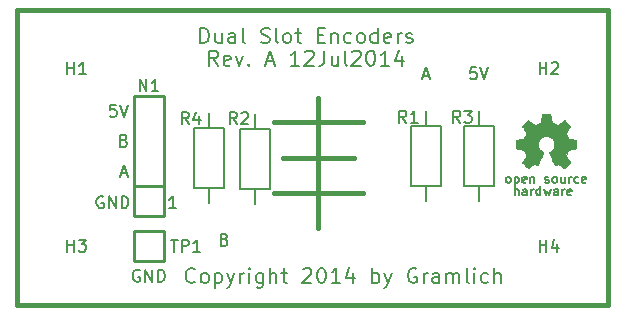
<source format=gto>
%FSLAX34Y34*%
G04 Gerber Fmt 3.4, Leading zero omitted, Abs format*
G04 (created by PCBNEW (2014-jan-25)-product) date Sat 12 Jul 2014 08:34:31 PM PDT*
%MOIN*%
G01*
G70*
G90*
G04 APERTURE LIST*
%ADD10C,0.003937*%
%ADD11C,0.008000*%
%ADD12C,0.015748*%
%ADD13C,0.006000*%
%ADD14C,0.007874*%
%ADD15C,0.010000*%
%ADD16C,0.005906*%
%ADD17C,0.000100*%
G04 APERTURE END LIST*
G54D10*
G54D11*
X43445Y-48050D02*
X43407Y-48030D01*
X43350Y-48030D01*
X43292Y-48050D01*
X43254Y-48088D01*
X43235Y-48126D01*
X43216Y-48202D01*
X43216Y-48259D01*
X43235Y-48335D01*
X43254Y-48373D01*
X43292Y-48411D01*
X43350Y-48430D01*
X43388Y-48430D01*
X43445Y-48411D01*
X43464Y-48392D01*
X43464Y-48259D01*
X43388Y-48259D01*
X43635Y-48430D02*
X43635Y-48030D01*
X43864Y-48430D01*
X43864Y-48030D01*
X44054Y-48430D02*
X44054Y-48030D01*
X44150Y-48030D01*
X44207Y-48050D01*
X44245Y-48088D01*
X44264Y-48126D01*
X44283Y-48202D01*
X44283Y-48259D01*
X44264Y-48335D01*
X44245Y-48373D01*
X44207Y-48411D01*
X44150Y-48430D01*
X44054Y-48430D01*
X54673Y-41280D02*
X54483Y-41280D01*
X54464Y-41471D01*
X54483Y-41452D01*
X54521Y-41433D01*
X54616Y-41433D01*
X54654Y-41452D01*
X54673Y-41471D01*
X54692Y-41509D01*
X54692Y-41604D01*
X54673Y-41642D01*
X54654Y-41661D01*
X54616Y-41680D01*
X54521Y-41680D01*
X54483Y-41661D01*
X54464Y-41642D01*
X54807Y-41280D02*
X54940Y-41680D01*
X55073Y-41280D01*
X46278Y-47021D02*
X46335Y-47040D01*
X46354Y-47059D01*
X46373Y-47097D01*
X46373Y-47154D01*
X46354Y-47192D01*
X46335Y-47211D01*
X46297Y-47230D01*
X46145Y-47230D01*
X46145Y-46830D01*
X46278Y-46830D01*
X46316Y-46850D01*
X46335Y-46869D01*
X46354Y-46907D01*
X46354Y-46945D01*
X46335Y-46983D01*
X46316Y-47002D01*
X46278Y-47021D01*
X46145Y-47021D01*
X52904Y-41566D02*
X53095Y-41566D01*
X52866Y-41680D02*
X53000Y-41280D01*
X53133Y-41680D01*
X42661Y-42530D02*
X42471Y-42530D01*
X42452Y-42721D01*
X42471Y-42702D01*
X42509Y-42683D01*
X42604Y-42683D01*
X42642Y-42702D01*
X42661Y-42721D01*
X42680Y-42759D01*
X42680Y-42854D01*
X42661Y-42892D01*
X42642Y-42911D01*
X42604Y-42930D01*
X42509Y-42930D01*
X42471Y-42911D01*
X42452Y-42892D01*
X42795Y-42530D02*
X42928Y-42930D01*
X43061Y-42530D01*
X42928Y-43721D02*
X42985Y-43740D01*
X43004Y-43759D01*
X43023Y-43797D01*
X43023Y-43854D01*
X43004Y-43892D01*
X42985Y-43911D01*
X42947Y-43930D01*
X42795Y-43930D01*
X42795Y-43530D01*
X42928Y-43530D01*
X42966Y-43550D01*
X42985Y-43569D01*
X43004Y-43607D01*
X43004Y-43645D01*
X42985Y-43683D01*
X42966Y-43702D01*
X42928Y-43721D01*
X42795Y-43721D01*
X42833Y-44816D02*
X43023Y-44816D01*
X42795Y-44930D02*
X42928Y-44530D01*
X43061Y-44930D01*
X42235Y-45600D02*
X42197Y-45580D01*
X42140Y-45580D01*
X42083Y-45600D01*
X42045Y-45638D01*
X42026Y-45676D01*
X42007Y-45752D01*
X42007Y-45809D01*
X42026Y-45885D01*
X42045Y-45923D01*
X42083Y-45961D01*
X42140Y-45980D01*
X42178Y-45980D01*
X42235Y-45961D01*
X42254Y-45942D01*
X42254Y-45809D01*
X42178Y-45809D01*
X42426Y-45980D02*
X42426Y-45580D01*
X42654Y-45980D01*
X42654Y-45580D01*
X42845Y-45980D02*
X42845Y-45580D01*
X42940Y-45580D01*
X42997Y-45600D01*
X43035Y-45638D01*
X43054Y-45676D01*
X43073Y-45752D01*
X43073Y-45809D01*
X43054Y-45885D01*
X43035Y-45923D01*
X42997Y-45961D01*
X42940Y-45980D01*
X42845Y-45980D01*
X44664Y-45980D02*
X44435Y-45980D01*
X44550Y-45980D02*
X44550Y-45580D01*
X44511Y-45638D01*
X44473Y-45676D01*
X44435Y-45695D01*
G54D12*
X47933Y-43110D02*
X50885Y-43110D01*
G54D11*
X45297Y-48428D02*
X45273Y-48452D01*
X45202Y-48476D01*
X45154Y-48476D01*
X45083Y-48452D01*
X45035Y-48404D01*
X45011Y-48357D01*
X44988Y-48261D01*
X44988Y-48190D01*
X45011Y-48095D01*
X45035Y-48047D01*
X45083Y-48000D01*
X45154Y-47976D01*
X45202Y-47976D01*
X45273Y-48000D01*
X45297Y-48023D01*
X45583Y-48476D02*
X45535Y-48452D01*
X45511Y-48428D01*
X45488Y-48380D01*
X45488Y-48238D01*
X45511Y-48190D01*
X45535Y-48166D01*
X45583Y-48142D01*
X45654Y-48142D01*
X45702Y-48166D01*
X45726Y-48190D01*
X45750Y-48238D01*
X45750Y-48380D01*
X45726Y-48428D01*
X45702Y-48452D01*
X45654Y-48476D01*
X45583Y-48476D01*
X45964Y-48142D02*
X45964Y-48642D01*
X45964Y-48166D02*
X46011Y-48142D01*
X46107Y-48142D01*
X46154Y-48166D01*
X46178Y-48190D01*
X46202Y-48238D01*
X46202Y-48380D01*
X46178Y-48428D01*
X46154Y-48452D01*
X46107Y-48476D01*
X46011Y-48476D01*
X45964Y-48452D01*
X46369Y-48142D02*
X46488Y-48476D01*
X46607Y-48142D02*
X46488Y-48476D01*
X46440Y-48595D01*
X46416Y-48619D01*
X46369Y-48642D01*
X46797Y-48476D02*
X46797Y-48142D01*
X46797Y-48238D02*
X46821Y-48190D01*
X46845Y-48166D01*
X46892Y-48142D01*
X46940Y-48142D01*
X47107Y-48476D02*
X47107Y-48142D01*
X47107Y-47976D02*
X47083Y-48000D01*
X47107Y-48023D01*
X47130Y-48000D01*
X47107Y-47976D01*
X47107Y-48023D01*
X47559Y-48142D02*
X47559Y-48547D01*
X47535Y-48595D01*
X47511Y-48619D01*
X47464Y-48642D01*
X47392Y-48642D01*
X47345Y-48619D01*
X47559Y-48452D02*
X47511Y-48476D01*
X47416Y-48476D01*
X47369Y-48452D01*
X47345Y-48428D01*
X47321Y-48380D01*
X47321Y-48238D01*
X47345Y-48190D01*
X47369Y-48166D01*
X47416Y-48142D01*
X47511Y-48142D01*
X47559Y-48166D01*
X47797Y-48476D02*
X47797Y-47976D01*
X48011Y-48476D02*
X48011Y-48214D01*
X47988Y-48166D01*
X47940Y-48142D01*
X47869Y-48142D01*
X47821Y-48166D01*
X47797Y-48190D01*
X48178Y-48142D02*
X48369Y-48142D01*
X48250Y-47976D02*
X48250Y-48404D01*
X48273Y-48452D01*
X48321Y-48476D01*
X48369Y-48476D01*
X48892Y-48023D02*
X48916Y-48000D01*
X48964Y-47976D01*
X49083Y-47976D01*
X49130Y-48000D01*
X49154Y-48023D01*
X49178Y-48071D01*
X49178Y-48119D01*
X49154Y-48190D01*
X48869Y-48476D01*
X49178Y-48476D01*
X49488Y-47976D02*
X49535Y-47976D01*
X49583Y-48000D01*
X49607Y-48023D01*
X49630Y-48071D01*
X49654Y-48166D01*
X49654Y-48285D01*
X49630Y-48380D01*
X49607Y-48428D01*
X49583Y-48452D01*
X49535Y-48476D01*
X49488Y-48476D01*
X49440Y-48452D01*
X49416Y-48428D01*
X49392Y-48380D01*
X49369Y-48285D01*
X49369Y-48166D01*
X49392Y-48071D01*
X49416Y-48023D01*
X49440Y-48000D01*
X49488Y-47976D01*
X50130Y-48476D02*
X49845Y-48476D01*
X49988Y-48476D02*
X49988Y-47976D01*
X49940Y-48047D01*
X49892Y-48095D01*
X49845Y-48119D01*
X50559Y-48142D02*
X50559Y-48476D01*
X50440Y-47952D02*
X50321Y-48309D01*
X50630Y-48309D01*
X51202Y-48476D02*
X51202Y-47976D01*
X51202Y-48166D02*
X51250Y-48142D01*
X51345Y-48142D01*
X51392Y-48166D01*
X51416Y-48190D01*
X51440Y-48238D01*
X51440Y-48380D01*
X51416Y-48428D01*
X51392Y-48452D01*
X51345Y-48476D01*
X51250Y-48476D01*
X51202Y-48452D01*
X51607Y-48142D02*
X51726Y-48476D01*
X51845Y-48142D02*
X51726Y-48476D01*
X51678Y-48595D01*
X51654Y-48619D01*
X51607Y-48642D01*
X52678Y-48000D02*
X52630Y-47976D01*
X52559Y-47976D01*
X52488Y-48000D01*
X52440Y-48047D01*
X52416Y-48095D01*
X52392Y-48190D01*
X52392Y-48261D01*
X52416Y-48357D01*
X52440Y-48404D01*
X52488Y-48452D01*
X52559Y-48476D01*
X52607Y-48476D01*
X52678Y-48452D01*
X52702Y-48428D01*
X52702Y-48261D01*
X52607Y-48261D01*
X52916Y-48476D02*
X52916Y-48142D01*
X52916Y-48238D02*
X52940Y-48190D01*
X52964Y-48166D01*
X53011Y-48142D01*
X53059Y-48142D01*
X53440Y-48476D02*
X53440Y-48214D01*
X53416Y-48166D01*
X53369Y-48142D01*
X53273Y-48142D01*
X53226Y-48166D01*
X53440Y-48452D02*
X53392Y-48476D01*
X53273Y-48476D01*
X53226Y-48452D01*
X53202Y-48404D01*
X53202Y-48357D01*
X53226Y-48309D01*
X53273Y-48285D01*
X53392Y-48285D01*
X53440Y-48261D01*
X53678Y-48476D02*
X53678Y-48142D01*
X53678Y-48190D02*
X53702Y-48166D01*
X53750Y-48142D01*
X53821Y-48142D01*
X53869Y-48166D01*
X53892Y-48214D01*
X53892Y-48476D01*
X53892Y-48214D02*
X53916Y-48166D01*
X53964Y-48142D01*
X54035Y-48142D01*
X54083Y-48166D01*
X54107Y-48214D01*
X54107Y-48476D01*
X54416Y-48476D02*
X54369Y-48452D01*
X54345Y-48404D01*
X54345Y-47976D01*
X54607Y-48476D02*
X54607Y-48142D01*
X54607Y-47976D02*
X54583Y-48000D01*
X54607Y-48023D01*
X54630Y-48000D01*
X54607Y-47976D01*
X54607Y-48023D01*
X55059Y-48452D02*
X55011Y-48476D01*
X54916Y-48476D01*
X54869Y-48452D01*
X54845Y-48428D01*
X54821Y-48380D01*
X54821Y-48238D01*
X54845Y-48190D01*
X54869Y-48166D01*
X54916Y-48142D01*
X55011Y-48142D01*
X55059Y-48166D01*
X55273Y-48476D02*
X55273Y-47976D01*
X55488Y-48476D02*
X55488Y-48214D01*
X55464Y-48166D01*
X55416Y-48142D01*
X55345Y-48142D01*
X55297Y-48166D01*
X55273Y-48190D01*
X46059Y-41226D02*
X45892Y-40988D01*
X45773Y-41226D02*
X45773Y-40726D01*
X45964Y-40726D01*
X46011Y-40750D01*
X46035Y-40773D01*
X46059Y-40821D01*
X46059Y-40892D01*
X46035Y-40940D01*
X46011Y-40964D01*
X45964Y-40988D01*
X45773Y-40988D01*
X46464Y-41202D02*
X46416Y-41226D01*
X46321Y-41226D01*
X46273Y-41202D01*
X46250Y-41154D01*
X46250Y-40964D01*
X46273Y-40916D01*
X46321Y-40892D01*
X46416Y-40892D01*
X46464Y-40916D01*
X46488Y-40964D01*
X46488Y-41011D01*
X46250Y-41059D01*
X46654Y-40892D02*
X46773Y-41226D01*
X46892Y-40892D01*
X47083Y-41178D02*
X47107Y-41202D01*
X47083Y-41226D01*
X47059Y-41202D01*
X47083Y-41178D01*
X47083Y-41226D01*
X47678Y-41083D02*
X47916Y-41083D01*
X47630Y-41226D02*
X47797Y-40726D01*
X47964Y-41226D01*
X48773Y-41226D02*
X48488Y-41226D01*
X48630Y-41226D02*
X48630Y-40726D01*
X48583Y-40797D01*
X48535Y-40845D01*
X48488Y-40869D01*
X48964Y-40773D02*
X48988Y-40750D01*
X49035Y-40726D01*
X49154Y-40726D01*
X49202Y-40750D01*
X49226Y-40773D01*
X49249Y-40821D01*
X49249Y-40869D01*
X49226Y-40940D01*
X48940Y-41226D01*
X49249Y-41226D01*
X49607Y-40726D02*
X49607Y-41083D01*
X49583Y-41154D01*
X49535Y-41202D01*
X49464Y-41226D01*
X49416Y-41226D01*
X50059Y-40892D02*
X50059Y-41226D01*
X49845Y-40892D02*
X49845Y-41154D01*
X49869Y-41202D01*
X49916Y-41226D01*
X49988Y-41226D01*
X50035Y-41202D01*
X50059Y-41178D01*
X50369Y-41226D02*
X50321Y-41202D01*
X50297Y-41154D01*
X50297Y-40726D01*
X50535Y-40773D02*
X50559Y-40750D01*
X50607Y-40726D01*
X50726Y-40726D01*
X50773Y-40750D01*
X50797Y-40773D01*
X50821Y-40821D01*
X50821Y-40869D01*
X50797Y-40940D01*
X50511Y-41226D01*
X50821Y-41226D01*
X51130Y-40726D02*
X51178Y-40726D01*
X51226Y-40750D01*
X51250Y-40773D01*
X51273Y-40821D01*
X51297Y-40916D01*
X51297Y-41035D01*
X51273Y-41130D01*
X51250Y-41178D01*
X51226Y-41202D01*
X51178Y-41226D01*
X51130Y-41226D01*
X51083Y-41202D01*
X51059Y-41178D01*
X51035Y-41130D01*
X51011Y-41035D01*
X51011Y-40916D01*
X51035Y-40821D01*
X51059Y-40773D01*
X51083Y-40750D01*
X51130Y-40726D01*
X51773Y-41226D02*
X51488Y-41226D01*
X51630Y-41226D02*
X51630Y-40726D01*
X51583Y-40797D01*
X51535Y-40845D01*
X51488Y-40869D01*
X52202Y-40892D02*
X52202Y-41226D01*
X52083Y-40702D02*
X51964Y-41059D01*
X52273Y-41059D01*
X45476Y-40476D02*
X45476Y-39976D01*
X45595Y-39976D01*
X45666Y-40000D01*
X45714Y-40047D01*
X45738Y-40095D01*
X45761Y-40190D01*
X45761Y-40261D01*
X45738Y-40357D01*
X45714Y-40404D01*
X45666Y-40452D01*
X45595Y-40476D01*
X45476Y-40476D01*
X46190Y-40142D02*
X46190Y-40476D01*
X45976Y-40142D02*
X45976Y-40404D01*
X46000Y-40452D01*
X46047Y-40476D01*
X46119Y-40476D01*
X46166Y-40452D01*
X46190Y-40428D01*
X46642Y-40476D02*
X46642Y-40214D01*
X46619Y-40166D01*
X46571Y-40142D01*
X46476Y-40142D01*
X46428Y-40166D01*
X46642Y-40452D02*
X46595Y-40476D01*
X46476Y-40476D01*
X46428Y-40452D01*
X46404Y-40404D01*
X46404Y-40357D01*
X46428Y-40309D01*
X46476Y-40285D01*
X46595Y-40285D01*
X46642Y-40261D01*
X46952Y-40476D02*
X46904Y-40452D01*
X46880Y-40404D01*
X46880Y-39976D01*
X47500Y-40452D02*
X47571Y-40476D01*
X47690Y-40476D01*
X47738Y-40452D01*
X47761Y-40428D01*
X47785Y-40380D01*
X47785Y-40333D01*
X47761Y-40285D01*
X47738Y-40261D01*
X47690Y-40238D01*
X47595Y-40214D01*
X47547Y-40190D01*
X47523Y-40166D01*
X47500Y-40119D01*
X47500Y-40071D01*
X47523Y-40023D01*
X47547Y-40000D01*
X47595Y-39976D01*
X47714Y-39976D01*
X47785Y-40000D01*
X48071Y-40476D02*
X48023Y-40452D01*
X48000Y-40404D01*
X48000Y-39976D01*
X48333Y-40476D02*
X48285Y-40452D01*
X48261Y-40428D01*
X48238Y-40380D01*
X48238Y-40238D01*
X48261Y-40190D01*
X48285Y-40166D01*
X48333Y-40142D01*
X48404Y-40142D01*
X48452Y-40166D01*
X48476Y-40190D01*
X48500Y-40238D01*
X48500Y-40380D01*
X48476Y-40428D01*
X48452Y-40452D01*
X48404Y-40476D01*
X48333Y-40476D01*
X48642Y-40142D02*
X48833Y-40142D01*
X48714Y-39976D02*
X48714Y-40404D01*
X48738Y-40452D01*
X48785Y-40476D01*
X48833Y-40476D01*
X49380Y-40214D02*
X49547Y-40214D01*
X49619Y-40476D02*
X49380Y-40476D01*
X49380Y-39976D01*
X49619Y-39976D01*
X49833Y-40142D02*
X49833Y-40476D01*
X49833Y-40190D02*
X49857Y-40166D01*
X49904Y-40142D01*
X49976Y-40142D01*
X50023Y-40166D01*
X50047Y-40214D01*
X50047Y-40476D01*
X50500Y-40452D02*
X50452Y-40476D01*
X50357Y-40476D01*
X50309Y-40452D01*
X50285Y-40428D01*
X50261Y-40380D01*
X50261Y-40238D01*
X50285Y-40190D01*
X50309Y-40166D01*
X50357Y-40142D01*
X50452Y-40142D01*
X50500Y-40166D01*
X50785Y-40476D02*
X50738Y-40452D01*
X50714Y-40428D01*
X50690Y-40380D01*
X50690Y-40238D01*
X50714Y-40190D01*
X50738Y-40166D01*
X50785Y-40142D01*
X50857Y-40142D01*
X50904Y-40166D01*
X50928Y-40190D01*
X50952Y-40238D01*
X50952Y-40380D01*
X50928Y-40428D01*
X50904Y-40452D01*
X50857Y-40476D01*
X50785Y-40476D01*
X51380Y-40476D02*
X51380Y-39976D01*
X51380Y-40452D02*
X51333Y-40476D01*
X51238Y-40476D01*
X51190Y-40452D01*
X51166Y-40428D01*
X51142Y-40380D01*
X51142Y-40238D01*
X51166Y-40190D01*
X51190Y-40166D01*
X51238Y-40142D01*
X51333Y-40142D01*
X51380Y-40166D01*
X51809Y-40452D02*
X51761Y-40476D01*
X51666Y-40476D01*
X51619Y-40452D01*
X51595Y-40404D01*
X51595Y-40214D01*
X51619Y-40166D01*
X51666Y-40142D01*
X51761Y-40142D01*
X51809Y-40166D01*
X51833Y-40214D01*
X51833Y-40261D01*
X51595Y-40309D01*
X52047Y-40476D02*
X52047Y-40142D01*
X52047Y-40238D02*
X52071Y-40190D01*
X52095Y-40166D01*
X52142Y-40142D01*
X52190Y-40142D01*
X52333Y-40452D02*
X52380Y-40476D01*
X52476Y-40476D01*
X52523Y-40452D01*
X52547Y-40404D01*
X52547Y-40380D01*
X52523Y-40333D01*
X52476Y-40309D01*
X52404Y-40309D01*
X52357Y-40285D01*
X52333Y-40238D01*
X52333Y-40214D01*
X52357Y-40166D01*
X52404Y-40142D01*
X52476Y-40142D01*
X52523Y-40166D01*
G54D13*
X55952Y-45543D02*
X55952Y-45243D01*
X56080Y-45543D02*
X56080Y-45386D01*
X56066Y-45358D01*
X56037Y-45343D01*
X55995Y-45343D01*
X55966Y-45358D01*
X55952Y-45372D01*
X56352Y-45543D02*
X56352Y-45386D01*
X56337Y-45358D01*
X56309Y-45343D01*
X56252Y-45343D01*
X56223Y-45358D01*
X56352Y-45529D02*
X56323Y-45543D01*
X56252Y-45543D01*
X56223Y-45529D01*
X56209Y-45500D01*
X56209Y-45472D01*
X56223Y-45443D01*
X56252Y-45429D01*
X56323Y-45429D01*
X56352Y-45415D01*
X56495Y-45543D02*
X56495Y-45343D01*
X56495Y-45400D02*
X56509Y-45372D01*
X56523Y-45358D01*
X56552Y-45343D01*
X56580Y-45343D01*
X56809Y-45543D02*
X56809Y-45243D01*
X56809Y-45529D02*
X56780Y-45543D01*
X56723Y-45543D01*
X56695Y-45529D01*
X56680Y-45515D01*
X56666Y-45486D01*
X56666Y-45400D01*
X56680Y-45372D01*
X56695Y-45358D01*
X56723Y-45343D01*
X56780Y-45343D01*
X56809Y-45358D01*
X56923Y-45343D02*
X56980Y-45543D01*
X57037Y-45400D01*
X57095Y-45543D01*
X57152Y-45343D01*
X57395Y-45543D02*
X57395Y-45386D01*
X57380Y-45358D01*
X57352Y-45343D01*
X57295Y-45343D01*
X57266Y-45358D01*
X57395Y-45529D02*
X57366Y-45543D01*
X57295Y-45543D01*
X57266Y-45529D01*
X57252Y-45500D01*
X57252Y-45472D01*
X57266Y-45443D01*
X57295Y-45429D01*
X57366Y-45429D01*
X57395Y-45415D01*
X57537Y-45543D02*
X57537Y-45343D01*
X57537Y-45400D02*
X57552Y-45372D01*
X57566Y-45358D01*
X57595Y-45343D01*
X57623Y-45343D01*
X57837Y-45529D02*
X57809Y-45543D01*
X57752Y-45543D01*
X57723Y-45529D01*
X57709Y-45500D01*
X57709Y-45386D01*
X57723Y-45358D01*
X57752Y-45343D01*
X57809Y-45343D01*
X57837Y-45358D01*
X57852Y-45386D01*
X57852Y-45415D01*
X57709Y-45443D01*
X55721Y-45135D02*
X55692Y-45121D01*
X55678Y-45107D01*
X55664Y-45078D01*
X55664Y-44992D01*
X55678Y-44964D01*
X55692Y-44950D01*
X55721Y-44935D01*
X55764Y-44935D01*
X55792Y-44950D01*
X55807Y-44964D01*
X55821Y-44992D01*
X55821Y-45078D01*
X55807Y-45107D01*
X55792Y-45121D01*
X55764Y-45135D01*
X55721Y-45135D01*
X55950Y-44935D02*
X55950Y-45235D01*
X55950Y-44950D02*
X55978Y-44935D01*
X56035Y-44935D01*
X56064Y-44950D01*
X56078Y-44964D01*
X56092Y-44992D01*
X56092Y-45078D01*
X56078Y-45107D01*
X56064Y-45121D01*
X56035Y-45135D01*
X55978Y-45135D01*
X55950Y-45121D01*
X56335Y-45121D02*
X56307Y-45135D01*
X56250Y-45135D01*
X56221Y-45121D01*
X56207Y-45092D01*
X56207Y-44978D01*
X56221Y-44950D01*
X56250Y-44935D01*
X56307Y-44935D01*
X56335Y-44950D01*
X56350Y-44978D01*
X56350Y-45007D01*
X56207Y-45035D01*
X56478Y-44935D02*
X56478Y-45135D01*
X56478Y-44964D02*
X56492Y-44950D01*
X56521Y-44935D01*
X56564Y-44935D01*
X56592Y-44950D01*
X56607Y-44978D01*
X56607Y-45135D01*
X56964Y-45121D02*
X56992Y-45135D01*
X57050Y-45135D01*
X57078Y-45121D01*
X57092Y-45092D01*
X57092Y-45078D01*
X57078Y-45050D01*
X57050Y-45035D01*
X57007Y-45035D01*
X56978Y-45021D01*
X56964Y-44992D01*
X56964Y-44978D01*
X56978Y-44950D01*
X57007Y-44935D01*
X57050Y-44935D01*
X57078Y-44950D01*
X57264Y-45135D02*
X57235Y-45121D01*
X57221Y-45107D01*
X57207Y-45078D01*
X57207Y-44992D01*
X57221Y-44964D01*
X57235Y-44950D01*
X57264Y-44935D01*
X57307Y-44935D01*
X57335Y-44950D01*
X57350Y-44964D01*
X57364Y-44992D01*
X57364Y-45078D01*
X57350Y-45107D01*
X57335Y-45121D01*
X57307Y-45135D01*
X57264Y-45135D01*
X57621Y-44935D02*
X57621Y-45135D01*
X57492Y-44935D02*
X57492Y-45092D01*
X57507Y-45121D01*
X57535Y-45135D01*
X57578Y-45135D01*
X57607Y-45121D01*
X57621Y-45107D01*
X57764Y-45135D02*
X57764Y-44935D01*
X57764Y-44992D02*
X57778Y-44964D01*
X57792Y-44950D01*
X57821Y-44935D01*
X57850Y-44935D01*
X58078Y-45121D02*
X58050Y-45135D01*
X57992Y-45135D01*
X57964Y-45121D01*
X57950Y-45107D01*
X57935Y-45078D01*
X57935Y-44992D01*
X57950Y-44964D01*
X57964Y-44950D01*
X57992Y-44935D01*
X58050Y-44935D01*
X58078Y-44950D01*
X58321Y-45121D02*
X58292Y-45135D01*
X58235Y-45135D01*
X58207Y-45121D01*
X58192Y-45092D01*
X58192Y-44978D01*
X58207Y-44950D01*
X58235Y-44935D01*
X58292Y-44935D01*
X58321Y-44950D01*
X58335Y-44978D01*
X58335Y-45007D01*
X58192Y-45035D01*
G54D12*
X47933Y-45472D02*
X50885Y-45472D01*
X49409Y-42322D02*
X49409Y-46653D01*
X48228Y-44291D02*
X50590Y-44291D01*
X39370Y-49212D02*
X39370Y-39370D01*
X59055Y-49212D02*
X39370Y-49212D01*
X59055Y-39370D02*
X59055Y-49212D01*
X39370Y-39370D02*
X59055Y-39370D01*
G54D14*
X39370Y-39370D02*
X59055Y-39370D01*
G54D15*
X44250Y-45250D02*
X44250Y-42250D01*
X43250Y-45250D02*
X43250Y-42250D01*
X43250Y-46250D02*
X43250Y-45250D01*
X44250Y-42250D02*
X43250Y-42250D01*
X43250Y-45250D02*
X44250Y-45250D01*
X43250Y-46250D02*
X44250Y-46250D01*
X44250Y-46250D02*
X44250Y-45250D01*
G54D16*
X53000Y-43250D02*
X53000Y-42750D01*
X53000Y-45250D02*
X53000Y-45750D01*
X52500Y-45250D02*
X53500Y-45250D01*
X53500Y-45250D02*
X53500Y-43250D01*
X53500Y-43250D02*
X52500Y-43250D01*
X52500Y-43250D02*
X52500Y-45250D01*
X45750Y-45300D02*
X45750Y-45800D01*
X45750Y-43300D02*
X45750Y-42800D01*
X46250Y-43300D02*
X45250Y-43300D01*
X45250Y-43300D02*
X45250Y-45300D01*
X45250Y-45300D02*
X46250Y-45300D01*
X46250Y-45300D02*
X46250Y-43300D01*
X54750Y-43250D02*
X54750Y-42750D01*
X54750Y-45250D02*
X54750Y-45750D01*
X54250Y-45250D02*
X55250Y-45250D01*
X55250Y-45250D02*
X55250Y-43250D01*
X55250Y-43250D02*
X54250Y-43250D01*
X54250Y-43250D02*
X54250Y-45250D01*
G54D17*
G36*
X56394Y-44648D02*
X56405Y-44643D01*
X56428Y-44628D01*
X56461Y-44606D01*
X56501Y-44579D01*
X56540Y-44553D01*
X56573Y-44531D01*
X56596Y-44516D01*
X56605Y-44511D01*
X56610Y-44513D01*
X56629Y-44522D01*
X56657Y-44536D01*
X56672Y-44544D01*
X56698Y-44555D01*
X56710Y-44557D01*
X56712Y-44554D01*
X56721Y-44535D01*
X56736Y-44502D01*
X56755Y-44459D01*
X56776Y-44408D01*
X56799Y-44353D01*
X56823Y-44297D01*
X56845Y-44244D01*
X56864Y-44196D01*
X56880Y-44157D01*
X56890Y-44130D01*
X56894Y-44118D01*
X56893Y-44116D01*
X56880Y-44104D01*
X56858Y-44087D01*
X56811Y-44049D01*
X56764Y-43991D01*
X56736Y-43924D01*
X56727Y-43851D01*
X56735Y-43783D01*
X56761Y-43718D01*
X56807Y-43659D01*
X56863Y-43615D01*
X56927Y-43587D01*
X57000Y-43578D01*
X57069Y-43586D01*
X57136Y-43612D01*
X57195Y-43657D01*
X57220Y-43686D01*
X57255Y-43746D01*
X57274Y-43809D01*
X57276Y-43826D01*
X57273Y-43896D01*
X57253Y-43963D01*
X57215Y-44023D01*
X57164Y-44073D01*
X57158Y-44077D01*
X57134Y-44095D01*
X57118Y-44107D01*
X57105Y-44118D01*
X57195Y-44333D01*
X57209Y-44367D01*
X57233Y-44426D01*
X57255Y-44477D01*
X57272Y-44517D01*
X57284Y-44544D01*
X57289Y-44555D01*
X57290Y-44555D01*
X57298Y-44557D01*
X57314Y-44551D01*
X57344Y-44536D01*
X57364Y-44526D01*
X57387Y-44515D01*
X57397Y-44511D01*
X57406Y-44516D01*
X57428Y-44530D01*
X57460Y-44551D01*
X57499Y-44577D01*
X57535Y-44602D01*
X57569Y-44625D01*
X57594Y-44640D01*
X57605Y-44647D01*
X57607Y-44647D01*
X57618Y-44641D01*
X57637Y-44625D01*
X57667Y-44597D01*
X57708Y-44556D01*
X57714Y-44550D01*
X57748Y-44515D01*
X57776Y-44486D01*
X57795Y-44465D01*
X57801Y-44456D01*
X57801Y-44456D01*
X57795Y-44444D01*
X57780Y-44420D01*
X57757Y-44385D01*
X57730Y-44345D01*
X57659Y-44242D01*
X57698Y-44144D01*
X57710Y-44114D01*
X57725Y-44078D01*
X57737Y-44052D01*
X57743Y-44041D01*
X57753Y-44037D01*
X57780Y-44030D01*
X57819Y-44022D01*
X57865Y-44014D01*
X57909Y-44006D01*
X57949Y-43998D01*
X57978Y-43993D01*
X57991Y-43990D01*
X57994Y-43988D01*
X57996Y-43982D01*
X57998Y-43968D01*
X57999Y-43944D01*
X57999Y-43906D01*
X57999Y-43851D01*
X57999Y-43845D01*
X57999Y-43792D01*
X57998Y-43750D01*
X57997Y-43724D01*
X57995Y-43713D01*
X57995Y-43713D01*
X57982Y-43710D01*
X57954Y-43704D01*
X57914Y-43696D01*
X57867Y-43687D01*
X57864Y-43686D01*
X57817Y-43677D01*
X57777Y-43669D01*
X57749Y-43662D01*
X57737Y-43659D01*
X57735Y-43655D01*
X57725Y-43637D01*
X57712Y-43608D01*
X57696Y-43572D01*
X57681Y-43535D01*
X57667Y-43501D01*
X57658Y-43476D01*
X57656Y-43465D01*
X57656Y-43465D01*
X57663Y-43453D01*
X57679Y-43429D01*
X57702Y-43395D01*
X57730Y-43355D01*
X57732Y-43352D01*
X57759Y-43312D01*
X57781Y-43278D01*
X57796Y-43254D01*
X57801Y-43243D01*
X57801Y-43242D01*
X57792Y-43230D01*
X57772Y-43208D01*
X57743Y-43177D01*
X57708Y-43142D01*
X57697Y-43131D01*
X57658Y-43093D01*
X57631Y-43068D01*
X57614Y-43055D01*
X57606Y-43052D01*
X57606Y-43052D01*
X57594Y-43059D01*
X57568Y-43076D01*
X57534Y-43099D01*
X57494Y-43127D01*
X57491Y-43129D01*
X57451Y-43156D01*
X57417Y-43178D01*
X57394Y-43194D01*
X57383Y-43200D01*
X57382Y-43200D01*
X57365Y-43195D01*
X57337Y-43185D01*
X57302Y-43172D01*
X57265Y-43157D01*
X57231Y-43143D01*
X57206Y-43131D01*
X57194Y-43125D01*
X57194Y-43124D01*
X57190Y-43110D01*
X57183Y-43080D01*
X57174Y-43039D01*
X57165Y-42990D01*
X57164Y-42982D01*
X57155Y-42934D01*
X57147Y-42895D01*
X57141Y-42868D01*
X57139Y-42856D01*
X57132Y-42855D01*
X57108Y-42853D01*
X57073Y-42852D01*
X57030Y-42852D01*
X56985Y-42852D01*
X56941Y-42853D01*
X56903Y-42854D01*
X56876Y-42856D01*
X56865Y-42858D01*
X56865Y-42859D01*
X56860Y-42874D01*
X56854Y-42904D01*
X56845Y-42945D01*
X56836Y-42994D01*
X56834Y-43003D01*
X56825Y-43050D01*
X56817Y-43089D01*
X56812Y-43116D01*
X56809Y-43127D01*
X56804Y-43129D01*
X56785Y-43138D01*
X56753Y-43151D01*
X56713Y-43167D01*
X56622Y-43204D01*
X56510Y-43127D01*
X56499Y-43120D01*
X56459Y-43092D01*
X56426Y-43070D01*
X56403Y-43055D01*
X56393Y-43050D01*
X56392Y-43050D01*
X56381Y-43060D01*
X56359Y-43081D01*
X56329Y-43111D01*
X56293Y-43146D01*
X56267Y-43172D01*
X56236Y-43203D01*
X56217Y-43225D01*
X56206Y-43238D01*
X56202Y-43246D01*
X56203Y-43252D01*
X56210Y-43263D01*
X56227Y-43288D01*
X56250Y-43322D01*
X56277Y-43362D01*
X56300Y-43395D01*
X56324Y-43433D01*
X56340Y-43460D01*
X56345Y-43473D01*
X56344Y-43478D01*
X56336Y-43500D01*
X56323Y-43533D01*
X56306Y-43573D01*
X56267Y-43662D01*
X56209Y-43673D01*
X56173Y-43680D01*
X56124Y-43689D01*
X56077Y-43698D01*
X56003Y-43713D01*
X56000Y-43983D01*
X56012Y-43988D01*
X56023Y-43991D01*
X56050Y-43997D01*
X56089Y-44005D01*
X56135Y-44013D01*
X56174Y-44021D01*
X56214Y-44028D01*
X56242Y-44034D01*
X56255Y-44036D01*
X56258Y-44041D01*
X56268Y-44060D01*
X56282Y-44090D01*
X56298Y-44127D01*
X56313Y-44165D01*
X56327Y-44200D01*
X56337Y-44226D01*
X56341Y-44240D01*
X56335Y-44251D01*
X56320Y-44274D01*
X56298Y-44307D01*
X56272Y-44346D01*
X56245Y-44385D01*
X56222Y-44419D01*
X56206Y-44443D01*
X56200Y-44454D01*
X56203Y-44462D01*
X56219Y-44481D01*
X56248Y-44511D01*
X56292Y-44555D01*
X56300Y-44562D01*
X56335Y-44596D01*
X56364Y-44623D01*
X56385Y-44641D01*
X56394Y-44648D01*
X56394Y-44648D01*
G37*
X56394Y-44648D02*
X56405Y-44643D01*
X56428Y-44628D01*
X56461Y-44606D01*
X56501Y-44579D01*
X56540Y-44553D01*
X56573Y-44531D01*
X56596Y-44516D01*
X56605Y-44511D01*
X56610Y-44513D01*
X56629Y-44522D01*
X56657Y-44536D01*
X56672Y-44544D01*
X56698Y-44555D01*
X56710Y-44557D01*
X56712Y-44554D01*
X56721Y-44535D01*
X56736Y-44502D01*
X56755Y-44459D01*
X56776Y-44408D01*
X56799Y-44353D01*
X56823Y-44297D01*
X56845Y-44244D01*
X56864Y-44196D01*
X56880Y-44157D01*
X56890Y-44130D01*
X56894Y-44118D01*
X56893Y-44116D01*
X56880Y-44104D01*
X56858Y-44087D01*
X56811Y-44049D01*
X56764Y-43991D01*
X56736Y-43924D01*
X56727Y-43851D01*
X56735Y-43783D01*
X56761Y-43718D01*
X56807Y-43659D01*
X56863Y-43615D01*
X56927Y-43587D01*
X57000Y-43578D01*
X57069Y-43586D01*
X57136Y-43612D01*
X57195Y-43657D01*
X57220Y-43686D01*
X57255Y-43746D01*
X57274Y-43809D01*
X57276Y-43826D01*
X57273Y-43896D01*
X57253Y-43963D01*
X57215Y-44023D01*
X57164Y-44073D01*
X57158Y-44077D01*
X57134Y-44095D01*
X57118Y-44107D01*
X57105Y-44118D01*
X57195Y-44333D01*
X57209Y-44367D01*
X57233Y-44426D01*
X57255Y-44477D01*
X57272Y-44517D01*
X57284Y-44544D01*
X57289Y-44555D01*
X57290Y-44555D01*
X57298Y-44557D01*
X57314Y-44551D01*
X57344Y-44536D01*
X57364Y-44526D01*
X57387Y-44515D01*
X57397Y-44511D01*
X57406Y-44516D01*
X57428Y-44530D01*
X57460Y-44551D01*
X57499Y-44577D01*
X57535Y-44602D01*
X57569Y-44625D01*
X57594Y-44640D01*
X57605Y-44647D01*
X57607Y-44647D01*
X57618Y-44641D01*
X57637Y-44625D01*
X57667Y-44597D01*
X57708Y-44556D01*
X57714Y-44550D01*
X57748Y-44515D01*
X57776Y-44486D01*
X57795Y-44465D01*
X57801Y-44456D01*
X57801Y-44456D01*
X57795Y-44444D01*
X57780Y-44420D01*
X57757Y-44385D01*
X57730Y-44345D01*
X57659Y-44242D01*
X57698Y-44144D01*
X57710Y-44114D01*
X57725Y-44078D01*
X57737Y-44052D01*
X57743Y-44041D01*
X57753Y-44037D01*
X57780Y-44030D01*
X57819Y-44022D01*
X57865Y-44014D01*
X57909Y-44006D01*
X57949Y-43998D01*
X57978Y-43993D01*
X57991Y-43990D01*
X57994Y-43988D01*
X57996Y-43982D01*
X57998Y-43968D01*
X57999Y-43944D01*
X57999Y-43906D01*
X57999Y-43851D01*
X57999Y-43845D01*
X57999Y-43792D01*
X57998Y-43750D01*
X57997Y-43724D01*
X57995Y-43713D01*
X57995Y-43713D01*
X57982Y-43710D01*
X57954Y-43704D01*
X57914Y-43696D01*
X57867Y-43687D01*
X57864Y-43686D01*
X57817Y-43677D01*
X57777Y-43669D01*
X57749Y-43662D01*
X57737Y-43659D01*
X57735Y-43655D01*
X57725Y-43637D01*
X57712Y-43608D01*
X57696Y-43572D01*
X57681Y-43535D01*
X57667Y-43501D01*
X57658Y-43476D01*
X57656Y-43465D01*
X57656Y-43465D01*
X57663Y-43453D01*
X57679Y-43429D01*
X57702Y-43395D01*
X57730Y-43355D01*
X57732Y-43352D01*
X57759Y-43312D01*
X57781Y-43278D01*
X57796Y-43254D01*
X57801Y-43243D01*
X57801Y-43242D01*
X57792Y-43230D01*
X57772Y-43208D01*
X57743Y-43177D01*
X57708Y-43142D01*
X57697Y-43131D01*
X57658Y-43093D01*
X57631Y-43068D01*
X57614Y-43055D01*
X57606Y-43052D01*
X57606Y-43052D01*
X57594Y-43059D01*
X57568Y-43076D01*
X57534Y-43099D01*
X57494Y-43127D01*
X57491Y-43129D01*
X57451Y-43156D01*
X57417Y-43178D01*
X57394Y-43194D01*
X57383Y-43200D01*
X57382Y-43200D01*
X57365Y-43195D01*
X57337Y-43185D01*
X57302Y-43172D01*
X57265Y-43157D01*
X57231Y-43143D01*
X57206Y-43131D01*
X57194Y-43125D01*
X57194Y-43124D01*
X57190Y-43110D01*
X57183Y-43080D01*
X57174Y-43039D01*
X57165Y-42990D01*
X57164Y-42982D01*
X57155Y-42934D01*
X57147Y-42895D01*
X57141Y-42868D01*
X57139Y-42856D01*
X57132Y-42855D01*
X57108Y-42853D01*
X57073Y-42852D01*
X57030Y-42852D01*
X56985Y-42852D01*
X56941Y-42853D01*
X56903Y-42854D01*
X56876Y-42856D01*
X56865Y-42858D01*
X56865Y-42859D01*
X56860Y-42874D01*
X56854Y-42904D01*
X56845Y-42945D01*
X56836Y-42994D01*
X56834Y-43003D01*
X56825Y-43050D01*
X56817Y-43089D01*
X56812Y-43116D01*
X56809Y-43127D01*
X56804Y-43129D01*
X56785Y-43138D01*
X56753Y-43151D01*
X56713Y-43167D01*
X56622Y-43204D01*
X56510Y-43127D01*
X56499Y-43120D01*
X56459Y-43092D01*
X56426Y-43070D01*
X56403Y-43055D01*
X56393Y-43050D01*
X56392Y-43050D01*
X56381Y-43060D01*
X56359Y-43081D01*
X56329Y-43111D01*
X56293Y-43146D01*
X56267Y-43172D01*
X56236Y-43203D01*
X56217Y-43225D01*
X56206Y-43238D01*
X56202Y-43246D01*
X56203Y-43252D01*
X56210Y-43263D01*
X56227Y-43288D01*
X56250Y-43322D01*
X56277Y-43362D01*
X56300Y-43395D01*
X56324Y-43433D01*
X56340Y-43460D01*
X56345Y-43473D01*
X56344Y-43478D01*
X56336Y-43500D01*
X56323Y-43533D01*
X56306Y-43573D01*
X56267Y-43662D01*
X56209Y-43673D01*
X56173Y-43680D01*
X56124Y-43689D01*
X56077Y-43698D01*
X56003Y-43713D01*
X56000Y-43983D01*
X56012Y-43988D01*
X56023Y-43991D01*
X56050Y-43997D01*
X56089Y-44005D01*
X56135Y-44013D01*
X56174Y-44021D01*
X56214Y-44028D01*
X56242Y-44034D01*
X56255Y-44036D01*
X56258Y-44041D01*
X56268Y-44060D01*
X56282Y-44090D01*
X56298Y-44127D01*
X56313Y-44165D01*
X56327Y-44200D01*
X56337Y-44226D01*
X56341Y-44240D01*
X56335Y-44251D01*
X56320Y-44274D01*
X56298Y-44307D01*
X56272Y-44346D01*
X56245Y-44385D01*
X56222Y-44419D01*
X56206Y-44443D01*
X56200Y-44454D01*
X56203Y-44462D01*
X56219Y-44481D01*
X56248Y-44511D01*
X56292Y-44555D01*
X56300Y-44562D01*
X56335Y-44596D01*
X56364Y-44623D01*
X56385Y-44641D01*
X56394Y-44648D01*
G54D16*
X47300Y-43350D02*
X47300Y-42850D01*
X47300Y-45350D02*
X47300Y-45850D01*
X46800Y-45350D02*
X47800Y-45350D01*
X47800Y-45350D02*
X47800Y-43350D01*
X47800Y-43350D02*
X46800Y-43350D01*
X46800Y-43350D02*
X46800Y-45350D01*
G54D15*
X43250Y-46750D02*
X43250Y-47750D01*
X43250Y-47750D02*
X44250Y-47750D01*
X44250Y-47750D02*
X44250Y-46750D01*
X44250Y-46750D02*
X43250Y-46750D01*
G54D11*
X43445Y-42080D02*
X43445Y-41680D01*
X43673Y-42080D01*
X43673Y-41680D01*
X44073Y-42080D02*
X43845Y-42080D01*
X43959Y-42080D02*
X43959Y-41680D01*
X43921Y-41738D01*
X43883Y-41776D01*
X43845Y-41795D01*
X52333Y-43130D02*
X52200Y-42940D01*
X52104Y-43130D02*
X52104Y-42730D01*
X52257Y-42730D01*
X52295Y-42750D01*
X52314Y-42769D01*
X52333Y-42807D01*
X52333Y-42864D01*
X52314Y-42902D01*
X52295Y-42921D01*
X52257Y-42940D01*
X52104Y-42940D01*
X52714Y-43130D02*
X52485Y-43130D01*
X52600Y-43130D02*
X52600Y-42730D01*
X52561Y-42788D01*
X52523Y-42826D01*
X52485Y-42845D01*
X46683Y-43180D02*
X46550Y-42990D01*
X46454Y-43180D02*
X46454Y-42780D01*
X46607Y-42780D01*
X46645Y-42800D01*
X46664Y-42819D01*
X46683Y-42857D01*
X46683Y-42914D01*
X46664Y-42952D01*
X46645Y-42971D01*
X46607Y-42990D01*
X46454Y-42990D01*
X46835Y-42819D02*
X46854Y-42800D01*
X46892Y-42780D01*
X46988Y-42780D01*
X47026Y-42800D01*
X47045Y-42819D01*
X47064Y-42857D01*
X47064Y-42895D01*
X47045Y-42952D01*
X46816Y-43180D01*
X47064Y-43180D01*
X54133Y-43130D02*
X54000Y-42940D01*
X53904Y-43130D02*
X53904Y-42730D01*
X54057Y-42730D01*
X54095Y-42750D01*
X54114Y-42769D01*
X54133Y-42807D01*
X54133Y-42864D01*
X54114Y-42902D01*
X54095Y-42921D01*
X54057Y-42940D01*
X53904Y-42940D01*
X54266Y-42730D02*
X54514Y-42730D01*
X54380Y-42883D01*
X54438Y-42883D01*
X54476Y-42902D01*
X54495Y-42921D01*
X54514Y-42959D01*
X54514Y-43054D01*
X54495Y-43092D01*
X54476Y-43111D01*
X54438Y-43130D01*
X54323Y-43130D01*
X54285Y-43111D01*
X54266Y-43092D01*
X56781Y-47425D02*
X56781Y-47025D01*
X56781Y-47215D02*
X57010Y-47215D01*
X57010Y-47425D02*
X57010Y-47025D01*
X57372Y-47158D02*
X57372Y-47425D01*
X57277Y-47005D02*
X57181Y-47291D01*
X57429Y-47291D01*
X41033Y-47425D02*
X41033Y-47025D01*
X41033Y-47215D02*
X41262Y-47215D01*
X41262Y-47425D02*
X41262Y-47025D01*
X41414Y-47025D02*
X41662Y-47025D01*
X41529Y-47177D01*
X41586Y-47177D01*
X41624Y-47196D01*
X41643Y-47215D01*
X41662Y-47253D01*
X41662Y-47348D01*
X41643Y-47386D01*
X41624Y-47405D01*
X41586Y-47425D01*
X41471Y-47425D01*
X41433Y-47405D01*
X41414Y-47386D01*
X56781Y-41519D02*
X56781Y-41119D01*
X56781Y-41310D02*
X57010Y-41310D01*
X57010Y-41519D02*
X57010Y-41119D01*
X57181Y-41157D02*
X57200Y-41138D01*
X57238Y-41119D01*
X57334Y-41119D01*
X57372Y-41138D01*
X57391Y-41157D01*
X57410Y-41195D01*
X57410Y-41233D01*
X57391Y-41290D01*
X57162Y-41519D01*
X57410Y-41519D01*
X41033Y-41519D02*
X41033Y-41119D01*
X41033Y-41310D02*
X41262Y-41310D01*
X41262Y-41519D02*
X41262Y-41119D01*
X41662Y-41519D02*
X41433Y-41519D01*
X41548Y-41519D02*
X41548Y-41119D01*
X41510Y-41176D01*
X41471Y-41214D01*
X41433Y-41233D01*
X45083Y-43180D02*
X44950Y-42990D01*
X44854Y-43180D02*
X44854Y-42780D01*
X45007Y-42780D01*
X45045Y-42800D01*
X45064Y-42819D01*
X45083Y-42857D01*
X45083Y-42914D01*
X45064Y-42952D01*
X45045Y-42971D01*
X45007Y-42990D01*
X44854Y-42990D01*
X45426Y-42914D02*
X45426Y-43180D01*
X45330Y-42761D02*
X45235Y-43047D01*
X45483Y-43047D01*
X44495Y-47030D02*
X44723Y-47030D01*
X44609Y-47430D02*
X44609Y-47030D01*
X44857Y-47430D02*
X44857Y-47030D01*
X45009Y-47030D01*
X45047Y-47050D01*
X45066Y-47069D01*
X45085Y-47107D01*
X45085Y-47164D01*
X45066Y-47202D01*
X45047Y-47221D01*
X45009Y-47240D01*
X44857Y-47240D01*
X45466Y-47430D02*
X45238Y-47430D01*
X45352Y-47430D02*
X45352Y-47030D01*
X45314Y-47088D01*
X45276Y-47126D01*
X45238Y-47145D01*
M02*

</source>
